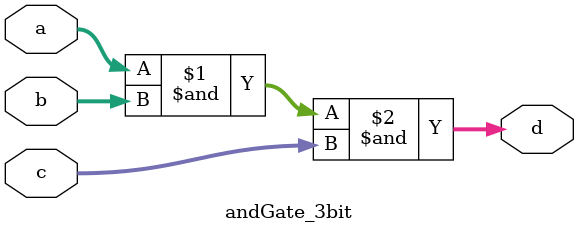
<source format=v>
`timescale 1ns / 1ps

module andGate_3bit(a,b,c,d);
input[2:0] a;
input[2:0] b;
input[2:0] c;
 output [2:0] d;
//always @(a or b or c)
//  d=a&b&c;
//input[2:0] a;
//input[2:0] b;
//output[2:0] d;
 assign  d=a&b&c;

endmodule

</source>
